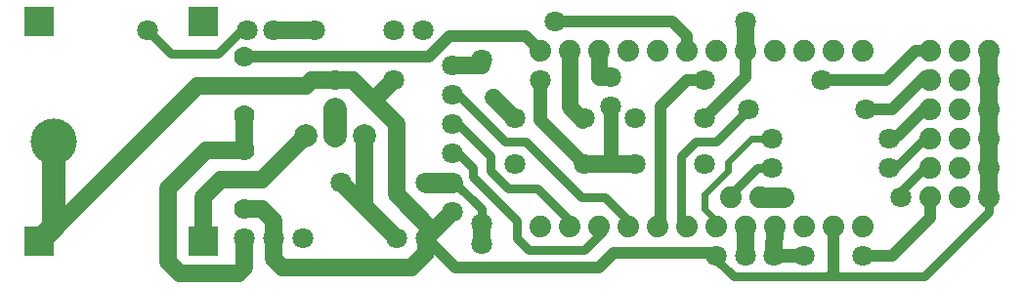
<source format=gtl>
G04 ---------------------------- Layer name :TOP LAYER*
G04 EasyEDA v5.7.26, Thu, 04 Oct 2018 12:13:59 GMT*
G04 e11fa12ddf3342f3b0456b56dc4c62e0*
G04 Gerber Generator version 0.2*
G04 Scale: 100 percent, Rotated: No, Reflected: No *
G04 Dimensions in millimeters *
G04 leading zeros omitted , absolute positions ,3 integer and 3 decimal *
%FSLAX33Y33*%
%MOMM*%
G90*
G71D02*

%ADD10C,0.499999*%
%ADD11C,0.999998*%
%ADD12C,0.799998*%
%ADD13C,1.499997*%
%ADD14C,1.799996*%
%ADD15C,0.599999*%
%ADD16C,1.399997*%
%ADD17C,1.299997*%
%ADD18C,1.199998*%
%ADD19C,1.999996*%
%ADD20C,1.880006*%
%ADD21C,1.778000*%
%ADD22C,1.879600*%
%ADD23R,2.540000X2.540000*%
%ADD24C,3.999992*%

%LPD*%
G54D11*
G01X79756Y7874D02*
G01X79756Y6096D01*
G01X76454Y2794D01*
G01X73914Y2794D01*
G54D12*
G01X79502Y10668D02*
G01X76962Y8128D01*
G01X79756Y12954D02*
G01X79248Y12954D01*
G01X76454Y10160D01*
G01X76200Y10414D01*
G54D11*
G01X79502Y15748D02*
G01X76962Y13208D01*
G01X79756Y20574D02*
G01X78486Y20574D01*
G01X75946Y18034D01*
G01X70358Y18034D01*
G54D13*
G01X84836Y20574D02*
G01X84836Y18034D01*
G01X84836Y18034D02*
G01X84836Y15494D01*
G01X84836Y15494D02*
G01X84836Y12954D01*
G01X84836Y12954D02*
G01X84836Y10414D01*
G01X84836Y7874D02*
G01X84836Y10414D01*
G01X63754Y5334D02*
G01X63754Y2794D01*
G54D14*
G01X65024Y7874D02*
G01X67056Y7874D01*
G54D11*
G01X79756Y18034D02*
G01X79375Y18415D01*
G01X76454Y15494D01*
G01X74168Y15494D01*
G54D12*
G01X62484Y7874D02*
G01X62357Y8001D01*
G01X64770Y10414D01*
G01X66040Y10414D01*
G54D15*
G01X66040Y12954D02*
G01X64262Y12954D01*
G01X62230Y10922D01*
G01X62230Y10160D01*
G01X60198Y8128D01*
G01X60198Y6858D01*
G01X61468Y5588D01*
G01X61214Y5334D01*
G54D12*
G01X64008Y15494D02*
G01X61214Y12700D01*
G01X59436Y12700D01*
G01X58166Y11430D01*
G01X58166Y5334D01*
G01X58674Y5334D01*
G54D11*
G01X60198Y18034D02*
G01X58674Y18034D01*
G01X56388Y15748D01*
G01X56388Y5588D01*
G01X56134Y5334D01*
G01X60198Y14732D02*
G01X63754Y18288D01*
G01X63754Y20574D01*
G54D16*
G01X49784Y14732D02*
G01X49657Y14605D01*
G01X48514Y15748D01*
G01X48514Y20574D01*
G01X52070Y18288D02*
G01X51054Y18288D01*
G01X51054Y20574D01*
G54D13*
G01X54198Y10731D02*
G01X49784Y10731D01*
G54D17*
G01X52070Y15748D02*
G01X52070Y10815D01*
G01X52011Y10731D01*
G54D12*
G01X38354Y11684D02*
G01X38862Y11684D01*
G01X40132Y10414D01*
G01X40132Y9652D01*
G01X43942Y5842D01*
G01X43942Y4318D01*
G01X44958Y3302D01*
G01X49784Y3302D01*
G01X51435Y4953D01*
G01X51054Y5334D01*
G01X38354Y14224D02*
G01X38862Y14224D01*
G01X41656Y11430D01*
G01X41656Y10160D01*
G01X43180Y8636D01*
G01X45720Y8636D01*
G01X48514Y5842D01*
G01X48514Y5334D01*
G01X38354Y16764D02*
G01X38862Y16764D01*
G01X42926Y12700D01*
G01X44704Y12700D01*
G01X49530Y7874D01*
G01X51562Y7874D01*
G01X53848Y5588D01*
G01X53594Y5334D01*
G54D13*
G01X16764Y4064D02*
G01X16764Y7874D01*
G01X18288Y9398D01*
G01X21844Y9398D01*
G01X25654Y13208D01*
G01X30734Y13208D02*
G01X30734Y7112D01*
G01X33528Y4318D01*
G01X20320Y6858D02*
G01X21844Y6858D01*
G01X22860Y5842D01*
G01X22860Y4318D01*
G01X20320Y11938D02*
G01X17018Y11938D01*
G01X13716Y8636D01*
G01X13716Y2286D01*
G01X14732Y1270D01*
G01X19812Y1270D01*
G01X20320Y1778D01*
G01X20320Y4318D01*
G01X20320Y11938D02*
G01X20320Y14986D01*
G54D11*
G01X20320Y20066D02*
G01X36322Y20066D01*
G01X38100Y21844D01*
G01X44704Y21844D01*
G01X45974Y20574D01*
G54D13*
G01X2540Y4064D02*
G01X2794Y4064D01*
G01X16256Y17526D01*
G01X25654Y17526D01*
G01X26162Y18034D01*
G01X29718Y18034D01*
G01X33528Y14224D01*
G01X33528Y8128D01*
G01X36703Y4953D01*
G01X36068Y4318D01*
G01X38354Y6604D02*
G01X36068Y4318D01*
G01X22860Y4318D02*
G01X22860Y2540D01*
G01X23622Y1778D01*
G01X34798Y1778D01*
G01X36068Y3048D01*
G01X36068Y4318D01*
G54D14*
G01X36068Y9144D02*
G01X38354Y9144D01*
G54D11*
G01X61214Y3048D02*
G01X52324Y3048D01*
G01X51054Y1778D01*
G01X38608Y1778D01*
G01X36068Y4318D01*
G54D12*
G01X40894Y5588D02*
G01X40894Y6858D01*
G01X38481Y9271D01*
G01X38354Y9144D01*
G54D18*
G01X45974Y18034D02*
G01X45974Y14541D01*
G01X49784Y10731D01*
G54D13*
G01X33274Y18034D02*
G01X31496Y16256D01*
G01X31496Y16256D01*
G01X28702Y9144D02*
G01X30734Y7112D01*
G54D10*
G01X66212Y2794D02*
G01X68834Y2794D01*
G54D13*
G01X66294Y5334D02*
G01X66294Y5252D01*
G01X66212Y3048D01*
G54D18*
G01X66212Y2794D02*
G01X68834Y2794D01*
G54D11*
G01X47244Y23114D02*
G01X57404Y23114D01*
G01X58674Y21844D01*
G01X58674Y20574D01*
G54D13*
G01X40894Y19812D02*
G01X40894Y19304D01*
G01X38354Y19304D01*
G54D19*
G01X28194Y15494D02*
G01X28194Y13208D01*
G54D12*
G01X61214Y2794D02*
G01X61087Y2667D01*
G01X62738Y1016D01*
G01X79248Y1016D01*
G01X84836Y6604D01*
G01X84836Y7874D01*
G54D11*
G01X71374Y5334D02*
G01X71374Y1270D01*
G01X71264Y1270D01*
G54D19*
G01X3810Y12700D02*
G01X3810Y5334D01*
G01X2540Y4064D01*
G54D13*
G01X40894Y3810D02*
G01X40894Y5588D01*
G01X43784Y14732D02*
G01X43688Y14732D01*
G01X41910Y16510D01*
G01X63754Y20574D02*
G01X63754Y23114D01*
G01X26416Y22352D02*
G01X22860Y22352D01*
G54D12*
G01X20574Y22352D02*
G01X20066Y22352D01*
G01X18034Y20320D01*
G01X13970Y20320D01*
G01X11938Y22352D01*
G54D20*
G01X65024Y7874D03*
G01X62484Y7874D03*
G54D19*
G01X30734Y13208D03*
G01X28194Y13208D03*
G01X25654Y13208D03*
G54D21*
G01X20320Y6858D03*
G01X20320Y11938D03*
G01X20320Y14986D03*
G01X20320Y20066D03*
G54D14*
G01X61214Y2794D03*
G01X66212Y2794D03*
G01X52070Y18288D03*
G01X52070Y15748D03*
G01X49784Y14732D03*
G01X43784Y14732D03*
G01X49784Y10731D03*
G01X43784Y10731D03*
G01X60198Y14732D03*
G01X54198Y14732D03*
G01X60198Y10731D03*
G01X54198Y10731D03*
G54D22*
G01X45974Y5334D03*
G01X48514Y5334D03*
G01X51054Y5334D03*
G01X53594Y5334D03*
G01X56134Y5334D03*
G01X58674Y5334D03*
G01X61214Y5334D03*
G01X63754Y5334D03*
G01X66294Y5334D03*
G01X68834Y5334D03*
G01X71374Y5334D03*
G01X73914Y5334D03*
G01X73914Y20574D03*
G01X71374Y20574D03*
G01X68834Y20574D03*
G01X66294Y20574D03*
G01X63754Y20574D03*
G01X61214Y20574D03*
G01X58674Y20574D03*
G01X56134Y20574D03*
G01X53594Y20574D03*
G01X51054Y20574D03*
G01X48514Y20574D03*
G01X45974Y20574D03*
G54D14*
G01X60198Y18034D03*
G01X70358Y18034D03*
G01X64008Y15494D03*
G01X74168Y15494D03*
G01X66040Y12954D03*
G01X76200Y12954D03*
G01X66040Y10414D03*
G01X76200Y10414D03*
G01X67056Y7874D03*
G01X77216Y7874D03*
G01X63754Y2794D03*
G01X73914Y2794D03*
G54D22*
G01X79756Y20574D03*
G01X82296Y20574D03*
G01X84836Y20574D03*
G01X79756Y18034D03*
G01X82296Y18034D03*
G01X84836Y18034D03*
G01X79756Y15494D03*
G01X82296Y15494D03*
G01X84836Y15494D03*
G01X79756Y12954D03*
G01X82296Y12954D03*
G01X84836Y12954D03*
G01X79756Y10414D03*
G01X82296Y10414D03*
G01X84836Y10414D03*
G01X79756Y7874D03*
G01X82296Y7874D03*
G01X84836Y7874D03*
G54D14*
G01X20574Y22352D03*
G01X22860Y22352D03*
G01X33274Y22352D03*
G01X35814Y22352D03*
G01X20320Y4318D03*
G01X22860Y4318D03*
G01X25400Y4318D03*
G01X33528Y4318D03*
G01X36068Y4318D03*
G54D23*
G01X2540Y4064D03*
G01X16764Y4064D03*
G01X2540Y23114D03*
G01X16764Y23114D03*
G54D14*
G01X38354Y19304D03*
G01X38354Y16764D03*
G01X38354Y14224D03*
G01X38354Y11684D03*
G01X38354Y9144D03*
G01X38354Y6604D03*
G01X28702Y9144D03*
G01X36068Y9144D03*
G01X40894Y3810D03*
G01X45974Y18034D03*
G01X33274Y18034D03*
G01X68834Y2794D03*
G01X47244Y23114D03*
G01X40894Y19812D03*
G01X28194Y18034D03*
G01X28194Y15494D03*
G54D24*
G01X3810Y12700D03*
G54D14*
G01X40894Y5588D03*
G01X63754Y23114D03*
G01X11938Y22352D03*
G01X26416Y22352D03*
M00*
M02*

</source>
